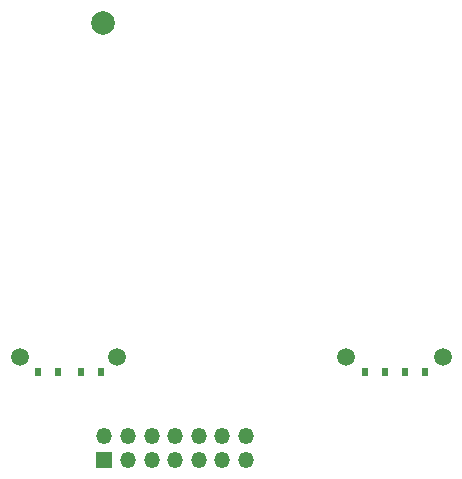
<source format=gbs>
G04 #@! TF.GenerationSoftware,KiCad,Pcbnew,no-vcs-found-4f2ed1b~58~ubuntu16.04.1*
G04 #@! TF.CreationDate,2017-05-05T16:59:14+03:00*
G04 #@! TF.ProjectId,livolo_2_channels_1way_eu_switch,6C69766F6C6F5F325F6368616E6E656C,rev?*
G04 #@! TF.FileFunction,Soldermask,Bot*
G04 #@! TF.FilePolarity,Negative*
%FSLAX46Y46*%
G04 Gerber Fmt 4.6, Leading zero omitted, Abs format (unit mm)*
G04 Created by KiCad (PCBNEW no-vcs-found-4f2ed1b~58~ubuntu16.04.1) date Fri May  5 16:59:14 2017*
%MOMM*%
%LPD*%
G01*
G04 APERTURE LIST*
%ADD10C,0.100000*%
%ADD11C,1.500000*%
%ADD12R,0.600000X0.800000*%
%ADD13C,1.998980*%
%ADD14O,1.350000X1.350000*%
%ADD15R,1.350000X1.350000*%
G04 APERTURE END LIST*
D10*
D11*
X152100000Y-100850000D03*
X160300000Y-100850000D03*
X132700000Y-100900000D03*
X124500000Y-100900000D03*
D12*
X129650000Y-102150000D03*
X131350000Y-102150000D03*
X126000000Y-102150000D03*
X127700000Y-102150000D03*
X158800000Y-102150000D03*
X157100000Y-102150000D03*
X155450000Y-102150000D03*
X153750000Y-102150000D03*
D13*
X131550000Y-72550000D03*
D14*
X143650000Y-107550000D03*
X143650000Y-109550000D03*
X141650000Y-107550000D03*
X141650000Y-109550000D03*
X139650000Y-107550000D03*
X139650000Y-109550000D03*
X137650000Y-107550000D03*
X137650000Y-109550000D03*
X135650000Y-107550000D03*
X135650000Y-109550000D03*
X133650000Y-107550000D03*
X133650000Y-109550000D03*
X131650000Y-107550000D03*
D15*
X131650000Y-109550000D03*
M02*

</source>
